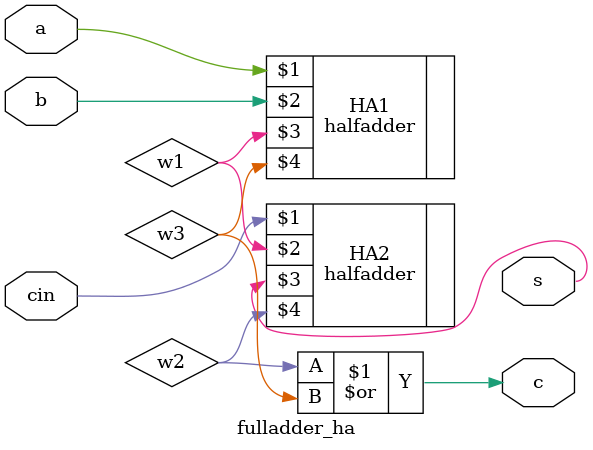
<source format=v>
module fulladder_ha (
input a, b, cin, 
output s, c);
wire w1, w2, w3;

halfadder HA1(a , b, w1, w3),
          HA2(cin,w1,s,w2);
or g1(c,w2,w3);
endmodule

</source>
